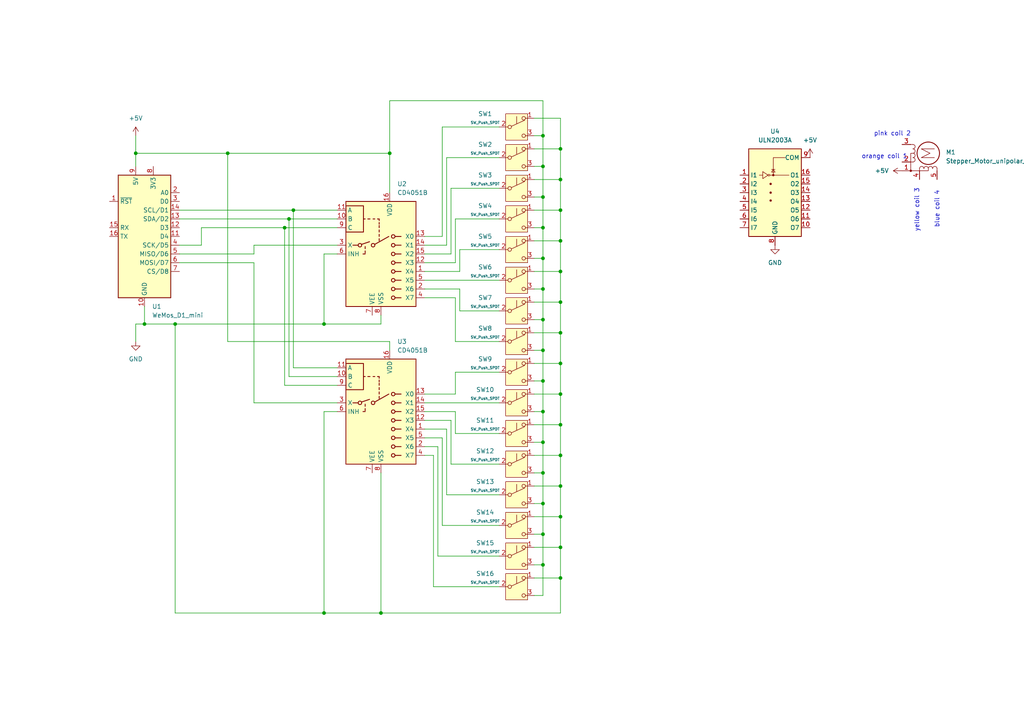
<source format=kicad_sch>
(kicad_sch (version 20231120) (generator "eeschema") (generator_version "8.0")
  (paper "A4")
  (lib_symbols
    (symbol "Analog_Switch:CD4051B"
      (property "Reference" "U" (at -10.16 16.51 0))
      (property "Value" "CD4051B" (at 3.81 16.51 0))
      (symbol "CD4051B_0_1"
        (rectangle (start -10.16 6.35) (end -5.08 13.97) (stroke (width 0.254)))
        (rectangle (start -10.16 15.24) (end 10.16 -15.24) (stroke (width 0.254)) (fill (type background)))
        (circle (center -6.096 2.54) (radius 0.508) (stroke (width 0.254)))
        (circle (center -2.286 2.54) (radius 0.508) (stroke (width 0.254)))
        (polyline (pts (xy -8.128 2.54) (xy -6.604 2.54)) (stroke (width 0.254)))
        (polyline (pts (xy -5.588 2.794) (xy -3.302 3.556)) (stroke (width 0.254)))
        (polyline (pts (xy -4.572 0) (xy -5.207 0)) (stroke (width 0.254)))
        (polyline (pts (xy -4.572 0.254) (xy -4.572 0.889)) (stroke (width 0.254)))
        (polyline (pts (xy -4.572 1.524) (xy -4.572 2.159)) (stroke (width 0.254)))
        (polyline (pts (xy -4.572 10.16) (xy -5.08 10.16)) (stroke (width 0.254)))
        (polyline (pts (xy -3.81 10.16) (xy -3.175 10.16)) (stroke (width 0.254)))
        (polyline (pts (xy -1.778 2.794) (xy 2.286 5.08)) (stroke (width 0.254)))
        (polyline (pts (xy -1.778 10.16) (xy -2.286 10.16)) (stroke (width 0.254)))
        (polyline (pts (xy -0.508 3.81) (xy -0.508 4.445)) (stroke (width 0.254)))
        (polyline (pts (xy -0.508 5.08) (xy -0.508 5.715)) (stroke (width 0.254)))
        (polyline (pts (xy -0.508 6.35) (xy -0.508 6.985)) (stroke (width 0.254)))
        (polyline (pts (xy -0.508 7.62) (xy -0.508 8.255)) (stroke (width 0.254)))
        (polyline (pts (xy -0.508 8.636) (xy -0.508 9.144)) (stroke (width 0.254)))
        (polyline (pts (xy -0.508 9.652) (xy -0.508 10.16)) (stroke (width 0.254)))
        (polyline (pts (xy -0.508 10.16) (xy -1.016 10.16)) (stroke (width 0.254)))
        (polyline (pts (xy 4.064 -12.7) (xy 5.842 -12.7)) (stroke (width 0.254)))
        (polyline (pts (xy 4.064 -10.16) (xy 5.842 -10.16)) (stroke (width 0.254)))
        (polyline (pts (xy 4.064 -7.62) (xy 5.842 -7.62)) (stroke (width 0.254)))
        (polyline (pts (xy 4.064 -5.08) (xy 5.842 -5.08)) (stroke (width 0.254)))
        (polyline (pts (xy 4.064 -2.54) (xy 5.842 -2.54)) (stroke (width 0.254)))
        (polyline (pts (xy 4.064 0) (xy 5.842 0)) (stroke (width 0.254)))
        (polyline (pts (xy 4.064 2.54) (xy 5.842 2.54)) (stroke (width 0.254)))
        (polyline (pts (xy 4.064 5.08) (xy 5.842 5.08)) (stroke (width 0.254)))
        (circle (center 3.556 -12.7) (radius 0.508) (stroke (width 0.254)))
        (circle (center 3.556 -10.16) (radius 0.508) (stroke (width 0.254)))
        (circle (center 3.556 -7.62) (radius 0.508) (stroke (width 0.254)))
        (circle (center 3.556 -5.08) (radius 0.508) (stroke (width 0.254)))
        (circle (center 3.556 -2.54) (radius 0.508) (stroke (width 0.254)))
        (circle (center 3.556 0) (radius 0.508) (stroke (width 0.254)))
        (circle (center 3.556 2.54) (radius 0.508) (stroke (width 0.254)))
        (circle (center 3.556 5.08) (radius 0.508) (stroke (width 0.254)))
      )
      (symbol "CD4051B_1_1"
        (pin bidirectional line (at 12.7 -5.08 180) (length 2.54) (name "X4") (number "1"))
        (pin input line (at -12.7 10.16 0) (length 2.54) (name "B") (number "10"))
        (pin input line (at -12.7 12.7 0) (length 2.54) (name "A") (number "11"))
        (pin bidirectional line (at 12.7 -2.54 180) (length 2.54) (name "X3") (number "12"))
        (pin bidirectional line (at 12.7 5.08 180) (length 2.54) (name "X0") (number "13"))
        (pin bidirectional line (at 12.7 2.54 180) (length 2.54) (name "X1") (number "14"))
        (pin bidirectional line (at 12.7 0 180) (length 2.54) (name "X2") (number "15"))
        (pin power_in line (at 2.54 17.78 270) (length 2.54) (name "VDD") (number "16"))
        (pin bidirectional line (at 12.7 -10.16 180) (length 2.54) (name "X6") (number "2"))
        (pin bidirectional line (at -12.7 2.54 0) (length 2.54) (name "X") (number "3"))
        (pin bidirectional line (at 12.7 -12.7 180) (length 2.54) (name "X7") (number "4"))
        (pin bidirectional line (at 12.7 -7.62 180) (length 2.54) (name "X5") (number "5"))
        (pin input line (at -12.7 0 0) (length 2.54) (name "INH") (number "6"))
        (pin power_in line (at -2.54 -17.78 90) (length 2.54) (name "VEE") (number "7"))
        (pin power_in line (at 0 -17.78 90) (length 2.54) (name "VSS") (number "8"))
        (pin input line (at -12.7 7.62 0) (length 2.54) (name "C") (number "9"))
      )
    )
    (symbol "MCU_Module:WeMos_D1_mini"
      (property "Reference" "U" (at 3.81 19.05 0))
      (property "Value" "WeMos_D1_mini" (at 1.27 -19.05 0))
      (symbol "WeMos_D1_mini_1_1"
        (rectangle (start -7.62 17.78) (end 7.62 -17.78) (stroke (width 0.254)) (fill (type background)))
        (pin input line (at -10.16 10.16 0) (length 2.54) (name "~{RST}") (number "1"))
        (pin power_in line (at 0 -20.32 90) (length 2.54) (name "GND") (number "10"))
        (pin bidirectional line (at 10.16 0 180) (length 2.54) (name "D4") (number "11"))
        (pin bidirectional line (at 10.16 2.54 180) (length 2.54) (name "D3") (number "12"))
        (pin bidirectional line (at 10.16 5.08 180) (length 2.54) (name "SDA/D2") (number "13"))
        (pin bidirectional line (at 10.16 7.62 180) (length 2.54) (name "SCL/D1") (number "14"))
        (pin input line (at -10.16 2.54 0) (length 2.54) (name "RX") (number "15"))
        (pin output line (at -10.16 0 0) (length 2.54) (name "TX") (number "16"))
        (pin input line (at 10.16 12.7 180) (length 2.54) (name "A0") (number "2"))
        (pin bidirectional line (at 10.16 10.16 180) (length 2.54) (name "D0") (number "3"))
        (pin bidirectional line (at 10.16 -2.54 180) (length 2.54) (name "SCK/D5") (number "4"))
        (pin bidirectional line (at 10.16 -5.08 180) (length 2.54) (name "MISO/D6") (number "5"))
        (pin bidirectional line (at 10.16 -7.62 180) (length 2.54) (name "MOSI/D7") (number "6"))
        (pin bidirectional line (at 10.16 -10.16 180) (length 2.54) (name "CS/D8") (number "7"))
        (pin power_out line (at 2.54 20.32 270) (length 2.54) (name "3V3") (number "8"))
        (pin power_in line (at -2.54 20.32 270) (length 2.54) (name "5V") (number "9"))
      )
    )
    (symbol "Motor:Stepper_Motor_unipolar_5pin" (pin_names (offset 0) hide)
      (property "Reference" "M" (at 3.81 2.54 0))
      (property "Value" "Stepper_Motor_unipolar_5pin" (at 3.81 1.27 0))
      (symbol "Stepper_Motor_unipolar_5pin_0_0"
        (polyline (pts (xy -1.27 -1.778) (xy -1.27 2.032) (xy 0 -0.508) (xy 1.27 2.032) (xy 1.27 -1.778)))
      )
      (symbol "Stepper_Motor_unipolar_5pin_0_1"
        (circle (center -5.08 5.08) (radius 0.0001) (fill (type outline)))
        (circle (center -5.08 5.08) (radius 0.254) (fill (type outline)))
        (arc (start -4.445 -2.54) (mid -3.8127 -1.905) (end -4.445 -1.27))
        (arc (start -4.445 -1.27) (mid -3.8127 -0.635) (end -4.445 0))
        (arc (start -4.445 0) (mid -3.8127 0.635) (end -4.445 1.27))
        (arc (start -4.445 1.27) (mid -3.8127 1.905) (end -4.445 2.54))
        (arc (start -2.54 4.445) (mid -1.905 3.8127) (end -1.27 4.445))
        (arc (start -1.27 4.445) (mid -0.635 3.8127) (end 0 4.445))
        (polyline (pts (xy -5.08 -2.54) (xy -4.445 -2.54)))
        (polyline (pts (xy -5.08 2.54) (xy -4.445 2.54)))
        (polyline (pts (xy -2.54 4.445) (xy -2.54 5.08)))
        (polyline (pts (xy 2.54 4.445) (xy 2.54 5.08)))
        (polyline (pts (xy -5.08 5.08) (xy -5.08 0) (xy -4.445 0)))
        (polyline (pts (xy 0 4.445) (xy 0 5.08) (xy -5.08 5.08)))
        (circle (center 0 0) (radius 3.2512) (stroke (width 0.254)))
        (arc (start 0 4.445) (mid 0.635 3.8127) (end 1.27 4.445))
        (arc (start 1.27 4.445) (mid 1.905 3.8127) (end 2.54 4.445))
      )
      (symbol "Stepper_Motor_unipolar_5pin_1_1"
        (pin passive line (at -5.08 7.62 270) (length 2.54) (name "~") (number "1"))
        (pin passive line (at -2.54 7.62 270) (length 2.54) (name "~") (number "2"))
        (pin passive line (at 2.54 7.62 270) (length 2.54) (name "-") (number "3"))
        (pin passive line (at -7.62 2.54 0) (length 2.54) (name "~") (number "4"))
        (pin passive line (at -7.62 -2.54 0) (length 2.54) (name "~") (number "5"))
      )
    )
    (symbol "Switch:SW_Push_SPDT" (pin_names (offset 0) hide)
      (property "Reference" "SW" (at 0 5.08 0))
      (property "Value" "SW_Push_SPDT" (at 0 -5.08 0))
      (symbol "SW_Push_SPDT_0_0"
        (circle (center -2.032 0) (radius 0.508))
        (polyline (pts (xy 0 1.016) (xy 0 3.048)))
        (circle (center 2.032 -2.54) (radius 0.508))
      )
      (symbol "SW_Push_SPDT_0_1"
        (polyline (pts (xy -1.524 0.2032) (xy 2.3368 1.9812)))
        (circle (center 2.032 2.54) (radius 0.508))
      )
      (symbol "SW_Push_SPDT_1_1"
        (rectangle (start -3.175 3.81) (end 3.175 -3.81) (fill (type background)))
        (pin passive line (at 5.08 2.54 180) (length 2.54) (name "A") (number "1"))
        (pin passive line (at -5.08 0 0) (length 2.54) (name "B") (number "2"))
        (pin passive line (at 5.08 -2.54 180) (length 2.54) (name "C") (number "3"))
      )
    )
    (symbol "Transistor_Array:ULN2003A"
      (property "Reference" "U" (at 0 15.875 0))
      (property "Value" "ULN2003A" (at 0 13.97 0))
      (symbol "ULN2003A_0_1"
        (rectangle (start -7.62 -12.7) (end 7.62 12.7) (stroke (width 0.254)) (fill (type background)))
        (circle (center -1.778 5.08) (radius 0.254))
        (circle (center -1.27 -2.286) (radius 0.254) (fill (type outline)))
        (circle (center -1.27 0) (radius 0.254) (fill (type outline)))
        (circle (center -1.27 2.54) (radius 0.254) (fill (type outline)))
        (circle (center -0.508 5.08) (radius 0.254) (fill (type outline)))
        (polyline (pts (xy -4.572 5.08) (xy -3.556 5.08)))
        (polyline (pts (xy -1.524 5.08) (xy 4.064 5.08)))
        (polyline (pts (xy 0 6.731) (xy -1.016 6.731)))
        (polyline (pts (xy -0.508 5.08) (xy -0.508 10.16) (xy 2.921 10.16)))
        (polyline (pts (xy -3.556 6.096) (xy -3.556 4.064) (xy -2.032 5.08) (xy -3.556 6.096)))
        (polyline (pts (xy 0 5.969) (xy -1.016 5.969) (xy -0.508 6.731) (xy 0 5.969)))
      )
      (symbol "ULN2003A_1_1"
        (pin input line (at -10.16 5.08 0) (length 2.54) (name "I1") (number "1"))
        (pin open_collector line (at 10.16 -10.16 180) (length 2.54) (name "O7") (number "10"))
        (pin open_collector line (at 10.16 -7.62 180) (length 2.54) (name "O6") (number "11"))
        (pin open_collector line (at 10.16 -5.08 180) (length 2.54) (name "O5") (number "12"))
        (pin open_collector line (at 10.16 -2.54 180) (length 2.54) (name "O4") (number "13"))
        (pin open_collector line (at 10.16 0 180) (length 2.54) (name "O3") (number "14"))
        (pin open_collector line (at 10.16 2.54 180) (length 2.54) (name "O2") (number "15"))
        (pin open_collector line (at 10.16 5.08 180) (length 2.54) (name "O1") (number "16"))
        (pin input line (at -10.16 2.54 0) (length 2.54) (name "I2") (number "2"))
        (pin input line (at -10.16 0 0) (length 2.54) (name "I3") (number "3"))
        (pin input line (at -10.16 -2.54 0) (length 2.54) (name "I4") (number "4"))
        (pin input line (at -10.16 -5.08 0) (length 2.54) (name "I5") (number "5"))
        (pin input line (at -10.16 -7.62 0) (length 2.54) (name "I6") (number "6"))
        (pin input line (at -10.16 -10.16 0) (length 2.54) (name "I7") (number "7"))
        (pin power_in line (at 0 -15.24 90) (length 2.54) (name "GND") (number "8"))
        (pin passive line (at 10.16 10.16 180) (length 2.54) (name "COM") (number "9"))
      )
    )
    (symbol "power:+5V" (power) (pin_numbers hide) (pin_names (offset 0) hide)
      (property "Value" "+5V" (at 0 3.556 0))
      (symbol "+5V_0_1"
        (polyline (pts (xy -0.762 1.27) (xy 0 2.54)))
        (polyline (pts (xy 0 0) (xy 0 2.54)))
        (polyline (pts (xy 0 2.54) (xy 0.762 1.27)))
      )
      (symbol "+5V_1_1"
        (pin power_in line (at 0 0 90) (length 0) (name "~") (number "1"))
      )
    )
    (symbol "power:GND" (power) (pin_numbers hide) (pin_names (offset 0) hide)
      (property "Value" "GND" (at 0 -3.81 0))
      (symbol "GND_0_1"
        (polyline (pts (xy 0 0) (xy 0 -1.27) (xy 1.27 -1.27) (xy 0 -2.54) (xy -1.27 -1.27) (xy 0 -1.27)))
      )
      (symbol "GND_1_1"
        (pin power_in line (at 0 0 270) (length 0) (name "~") (number "1"))
      )
    )
  )
  (junction (at 157.48 137.16))
  (junction (at 66.04 44.45))
  (junction (at 162.56 167.64))
  (junction (at 157.48 74.93))
  (junction (at 162.56 69.85))
  (junction (at 157.48 57.15))
  (junction (at 50.8 93.98))
  (junction (at 162.56 123.19))
  (junction (at 39.37 44.45))
  (junction (at 157.48 119.38))
  (junction (at 162.56 105.41))
  (junction (at 157.48 110.49))
  (junction (at 157.48 83.82))
  (junction (at 110.49 177.8))
  (junction (at 157.48 48.26))
  (junction (at 83.82 63.5))
  (junction (at 162.56 158.75))
  (junction (at 82.55 66.04))
  (junction (at 93.98 93.98))
  (junction (at 162.56 114.3))
  (junction (at 85.09 60.96))
  (junction (at 162.56 87.63))
  (junction (at 157.48 66.04))
  (junction (at 93.98 177.8))
  (junction (at 157.48 101.6))
  (junction (at 157.48 39.37))
  (junction (at 162.56 140.97))
  (junction (at 162.56 43.18))
  (junction (at 113.03 44.45))
  (junction (at 162.56 52.07))
  (junction (at 162.56 60.96))
  (junction (at 157.48 154.94))
  (junction (at 162.56 149.86))
  (junction (at 162.56 78.74))
  (junction (at 157.48 163.83))
  (junction (at 157.48 128.27))
  (junction (at 41.91 93.98))
  (junction (at 157.48 146.05))
  (junction (at 162.56 132.08))
  (junction (at 157.48 92.71))
  (junction (at 162.56 96.52))
  (wire (pts (xy 123.19 121.92) (xy 130.81 121.92)))
  (wire (pts (xy 162.56 78.74) (xy 162.56 87.63)))
  (wire (pts (xy 162.56 60.96) (xy 162.56 69.85)))
  (wire (pts (xy 123.19 78.74) (xy 133.35 78.74)))
  (wire (pts (xy 162.56 114.3) (xy 162.56 123.19)))
  (wire (pts (xy 157.48 39.37) (xy 157.48 48.26)))
  (wire (pts (xy 154.94 48.26) (xy 157.48 48.26)))
  (wire (pts (xy 154.94 34.29) (xy 162.56 34.29)))
  (wire (pts (xy 157.48 137.16) (xy 157.48 146.05)))
  (wire (pts (xy 128.27 36.83) (xy 144.78 36.83)))
  (wire (pts (xy 129.54 124.46) (xy 129.54 143.51)))
  (wire (pts (xy 129.54 71.12) (xy 129.54 45.72)))
  (wire (pts (xy 123.19 86.36) (xy 132.08 86.36)))
  (wire (pts (xy 154.94 87.63) (xy 162.56 87.63)))
  (wire (pts (xy 154.94 60.96) (xy 162.56 60.96)))
  (wire (pts (xy 41.91 93.98) (xy 50.8 93.98)))
  (wire (pts (xy 154.94 154.94) (xy 157.48 154.94)))
  (wire (pts (xy 157.48 29.21) (xy 157.48 39.37)))
  (wire (pts (xy 123.19 76.2) (xy 132.08 76.2)))
  (wire (pts (xy 157.48 119.38) (xy 157.48 128.27)))
  (wire (pts (xy 123.19 132.08) (xy 125.73 132.08)))
  (wire (pts (xy 154.94 172.72) (xy 157.48 172.72)))
  (wire (pts (xy 154.94 158.75) (xy 162.56 158.75)))
  (wire (pts (xy 130.81 54.61) (xy 144.78 54.61)))
  (wire (pts (xy 123.19 81.28) (xy 144.78 81.28)))
  (wire (pts (xy 154.94 114.3) (xy 162.56 114.3)))
  (wire (pts (xy 73.66 71.12) (xy 73.66 73.66)))
  (wire (pts (xy 50.8 93.98) (xy 93.98 93.98)))
  (wire (pts (xy 154.94 74.93) (xy 157.48 74.93)))
  (wire (pts (xy 144.78 143.51) (xy 129.54 143.51)))
  (wire (pts (xy 123.19 119.38) (xy 132.08 119.38)))
  (wire (pts (xy 132.08 63.5) (xy 144.78 63.5)))
  (wire (pts (xy 39.37 44.45) (xy 39.37 48.26)))
  (wire (pts (xy 123.19 127) (xy 128.27 127)))
  (wire (pts (xy 66.04 44.45) (xy 113.03 44.45)))
  (wire (pts (xy 162.56 69.85) (xy 162.56 78.74)))
  (wire (pts (xy 157.48 48.26) (xy 157.48 57.15)))
  (wire (pts (xy 157.48 66.04) (xy 157.48 74.93)))
  (wire (pts (xy 154.94 105.41) (xy 162.56 105.41)))
  (wire (pts (xy 93.98 119.38) (xy 93.98 177.8)))
  (wire (pts (xy 83.82 63.5) (xy 83.82 109.22)))
  (wire (pts (xy 157.48 57.15) (xy 157.48 66.04)))
  (wire (pts (xy 82.55 66.04) (xy 97.79 66.04)))
  (wire (pts (xy 130.81 134.62) (xy 144.78 134.62)))
  (wire (pts (xy 128.27 152.4) (xy 144.78 152.4)))
  (wire (pts (xy 113.03 29.21) (xy 157.48 29.21)))
  (wire (pts (xy 154.94 110.49) (xy 157.48 110.49)))
  (wire (pts (xy 97.79 73.66) (xy 93.98 73.66)))
  (wire (pts (xy 157.48 110.49) (xy 157.48 119.38)))
  (wire (pts (xy 162.56 34.29) (xy 162.56 43.18)))
  (wire (pts (xy 162.56 158.75) (xy 162.56 167.64)))
  (wire (pts (xy 154.94 167.64) (xy 162.56 167.64)))
  (wire (pts (xy 127 161.29) (xy 144.78 161.29)))
  (wire (pts (xy 39.37 39.37) (xy 39.37 44.45)))
  (wire (pts (xy 154.94 78.74) (xy 162.56 78.74)))
  (wire (pts (xy 52.07 71.12) (xy 58.42 71.12)))
  (wire (pts (xy 97.79 119.38) (xy 93.98 119.38)))
  (wire (pts (xy 123.19 114.3) (xy 132.08 114.3)))
  (wire (pts (xy 93.98 177.8) (xy 110.49 177.8)))
  (wire (pts (xy 154.94 137.16) (xy 157.48 137.16)))
  (wire (pts (xy 154.94 101.6) (xy 157.48 101.6)))
  (wire (pts (xy 85.09 60.96) (xy 85.09 106.68)))
  (wire (pts (xy 66.04 99.06) (xy 113.03 99.06)))
  (wire (pts (xy 52.07 63.5) (xy 83.82 63.5)))
  (wire (pts (xy 154.94 52.07) (xy 162.56 52.07)))
  (wire (pts (xy 123.19 116.84) (xy 144.78 116.84)))
  (wire (pts (xy 58.42 66.04) (xy 82.55 66.04)))
  (wire (pts (xy 157.48 39.37) (xy 154.94 39.37)))
  (wire (pts (xy 83.82 63.5) (xy 97.79 63.5)))
  (wire (pts (xy 154.94 69.85) (xy 162.56 69.85)))
  (wire (pts (xy 110.49 93.98) (xy 110.49 91.44)))
  (wire (pts (xy 154.94 57.15) (xy 157.48 57.15)))
  (wire (pts (xy 39.37 93.98) (xy 39.37 99.06)))
  (wire (pts (xy 157.48 146.05) (xy 157.48 154.94)))
  (wire (pts (xy 162.56 87.63) (xy 162.56 96.52)))
  (wire (pts (xy 130.81 121.92) (xy 130.81 134.62)))
  (wire (pts (xy 113.03 44.45) (xy 113.03 29.21)))
  (wire (pts (xy 73.66 76.2) (xy 73.66 116.84)))
  (wire (pts (xy 132.08 107.95) (xy 144.78 107.95)))
  (wire (pts (xy 132.08 119.38) (xy 132.08 125.73)))
  (wire (pts (xy 132.08 99.06) (xy 144.78 99.06)))
  (wire (pts (xy 123.19 129.54) (xy 127 129.54)))
  (wire (pts (xy 73.66 116.84) (xy 97.79 116.84)))
  (wire (pts (xy 157.48 74.93) (xy 157.48 83.82)))
  (wire (pts (xy 154.94 149.86) (xy 162.56 149.86)))
  (wire (pts (xy 41.91 88.9) (xy 41.91 93.98)))
  (wire (pts (xy 154.94 123.19) (xy 162.56 123.19)))
  (wire (pts (xy 132.08 76.2) (xy 132.08 63.5)))
  (wire (pts (xy 132.08 114.3) (xy 132.08 107.95)))
  (wire (pts (xy 133.35 83.82) (xy 133.35 90.17)))
  (wire (pts (xy 154.94 163.83) (xy 157.48 163.83)))
  (wire (pts (xy 125.73 170.18) (xy 144.78 170.18)))
  (wire (pts (xy 39.37 44.45) (xy 66.04 44.45)))
  (wire (pts (xy 97.79 109.22) (xy 83.82 109.22)))
  (wire (pts (xy 157.48 154.94) (xy 157.48 163.83)))
  (wire (pts (xy 132.08 86.36) (xy 132.08 99.06)))
  (wire (pts (xy 157.48 101.6) (xy 157.48 110.49)))
  (wire (pts (xy 157.48 83.82) (xy 157.48 92.71)))
  (wire (pts (xy 93.98 73.66) (xy 93.98 93.98)))
  (wire (pts (xy 154.94 43.18) (xy 162.56 43.18)))
  (wire (pts (xy 154.94 119.38) (xy 157.48 119.38)))
  (wire (pts (xy 162.56 96.52) (xy 162.56 105.41)))
  (wire (pts (xy 129.54 45.72) (xy 144.78 45.72)))
  (wire (pts (xy 52.07 76.2) (xy 73.66 76.2)))
  (wire (pts (xy 157.48 128.27) (xy 157.48 137.16)))
  (wire (pts (xy 162.56 140.97) (xy 162.56 149.86)))
  (wire (pts (xy 73.66 71.12) (xy 97.79 71.12)))
  (wire (pts (xy 162.56 52.07) (xy 162.56 60.96)))
  (wire (pts (xy 154.94 140.97) (xy 162.56 140.97)))
  (wire (pts (xy 123.19 124.46) (xy 129.54 124.46)))
  (wire (pts (xy 110.49 177.8) (xy 162.56 177.8)))
  (wire (pts (xy 154.94 96.52) (xy 162.56 96.52)))
  (wire (pts (xy 128.27 127) (xy 128.27 152.4)))
  (wire (pts (xy 154.94 128.27) (xy 157.48 128.27)))
  (wire (pts (xy 97.79 106.68) (xy 85.09 106.68)))
  (wire (pts (xy 66.04 44.45) (xy 66.04 99.06)))
  (wire (pts (xy 162.56 43.18) (xy 162.56 52.07)))
  (wire (pts (xy 50.8 93.98) (xy 50.8 177.8)))
  (wire (pts (xy 58.42 66.04) (xy 58.42 71.12)))
  (wire (pts (xy 162.56 123.19) (xy 162.56 132.08)))
  (wire (pts (xy 132.08 125.73) (xy 144.78 125.73)))
  (wire (pts (xy 97.79 111.76) (xy 82.55 111.76)))
  (wire (pts (xy 52.07 73.66) (xy 73.66 73.66)))
  (wire (pts (xy 133.35 78.74) (xy 133.35 72.39)))
  (wire (pts (xy 85.09 60.96) (xy 97.79 60.96)))
  (wire (pts (xy 52.07 60.96) (xy 85.09 60.96)))
  (wire (pts (xy 133.35 72.39) (xy 144.78 72.39)))
  (wire (pts (xy 130.81 73.66) (xy 130.81 54.61)))
  (wire (pts (xy 123.19 68.58) (xy 128.27 68.58)))
  (wire (pts (xy 123.19 71.12) (xy 129.54 71.12)))
  (wire (pts (xy 125.73 132.08) (xy 125.73 170.18)))
  (wire (pts (xy 157.48 92.71) (xy 157.48 101.6)))
  (wire (pts (xy 128.27 68.58) (xy 128.27 36.83)))
  (wire (pts (xy 110.49 137.16) (xy 110.49 177.8)))
  (wire (pts (xy 154.94 83.82) (xy 157.48 83.82)))
  (wire (pts (xy 50.8 177.8) (xy 93.98 177.8)))
  (wire (pts (xy 157.48 163.83) (xy 157.48 172.72)))
  (wire (pts (xy 154.94 146.05) (xy 157.48 146.05)))
  (wire (pts (xy 127 129.54) (xy 127 161.29)))
  (wire (pts (xy 154.94 92.71) (xy 157.48 92.71)))
  (wire (pts (xy 162.56 149.86) (xy 162.56 158.75)))
  (wire (pts (xy 154.94 66.04) (xy 157.48 66.04)))
  (wire (pts (xy 162.56 167.64) (xy 162.56 177.8)))
  (wire (pts (xy 154.94 132.08) (xy 162.56 132.08)))
  (wire (pts (xy 113.03 44.45) (xy 113.03 55.88)))
  (wire (pts (xy 133.35 90.17) (xy 144.78 90.17)))
  (wire (pts (xy 113.03 99.06) (xy 113.03 101.6)))
  (wire (pts (xy 123.19 83.82) (xy 133.35 83.82)))
  (wire (pts (xy 93.98 93.98) (xy 110.49 93.98)))
  (wire (pts (xy 162.56 105.41) (xy 162.56 114.3)))
  (wire (pts (xy 82.55 66.04) (xy 82.55 111.76)))
  (wire (pts (xy 162.56 132.08) (xy 162.56 140.97)))
  (wire (pts (xy 41.91 93.98) (xy 39.37 93.98)))
  (wire (pts (xy 123.19 73.66) (xy 130.81 73.66)))
  (text "blue coil 4" (at 271.78 60.706 90) (effects (font (size 1.27 1.27))))
  (text "yellow coil 3" (at 265.938 60.96 90) (effects (font (size 1.27 1.27))))
  (text "pink coil 2" (at 258.826 38.862 0) (effects (font (size 1.27 1.27))))
  (text "orange coil 1" (at 256.54 45.466 0) (effects (font (size 1.27 1.27))))
  (symbol (lib_id "Switch:SW_Push_SPDT") (at 149.86 54.61 0) (unit 1)
    (property "Reference" "SW3" (at 140.716 50.8 0))
    (property "Value" "SW_Push_SPDT" (at 140.716 53.34 0) (effects (font (size 0.762 0.762))))
    (property "Description" "Momentary Switch, single pole double throw" (effects (hide yes)))
  )
  (symbol (lib_id "Analog_Switch:CD4051B") (at 110.49 119.38 0) (unit 1)
    (property "Reference" "U3" (at 115.2241 99.06 0) (effects (justify left)))
    (property "Value" "CD4051B" (at 115.2241 101.6 0) (effects (justify left)))
    (property "Datasheet" "http://www.ti.com/lit/ds/symlink/cd4052b.pdf" (effects (hide yes)))
    (property "Description" "CMOS single 8-channel analog multiplexer demultiplexer, TSSOP-16/DIP-16/SOIC-16" (effects (hide yes)))
  )
  (symbol (lib_id "Switch:SW_Push_SPDT") (at 149.86 170.18 0) (unit 1)
    (property "Reference" "SW16" (at 140.716 166.37 0))
    (property "Value" "SW_Push_SPDT" (at 140.716 168.91 0) (effects (font (size 0.762 0.762))))
    (property "Description" "Momentary Switch, single pole double throw" (effects (hide yes)))
  )
  (symbol (lib_id "power:+5V") (at 234.95 45.72 0) (unit 1)
    (property "Reference" "#PWR03" (effects (hide yes)))
    (property "Value" "+5V" (at 234.95 40.64 0))
    (property "Description" "Power symbol creates a global label with name \"+5V\"" (effects (hide yes)))
  )
  (symbol (lib_id "Switch:SW_Push_SPDT") (at 149.86 152.4 0) (unit 1)
    (property "Reference" "SW14" (at 140.716 148.59 0))
    (property "Value" "SW_Push_SPDT" (at 140.716 151.13 0) (effects (font (size 0.762 0.762))))
    (property "Description" "Momentary Switch, single pole double throw" (effects (hide yes)))
  )
  (symbol (lib_id "Switch:SW_Push_SPDT") (at 149.86 116.84 0) (unit 1)
    (property "Reference" "SW10" (at 140.716 113.03 0))
    (property "Value" "SW_Push_SPDT" (at 140.716 115.57 0) (effects (font (size 0.762 0.762))))
    (property "Description" "Momentary Switch, single pole double throw" (effects (hide yes)))
  )
  (symbol (lib_id "Switch:SW_Push_SPDT") (at 149.86 63.5 0) (unit 1)
    (property "Reference" "SW4" (at 140.716 59.69 0))
    (property "Value" "SW_Push_SPDT" (at 140.716 62.23 0) (effects (font (size 0.762 0.762))))
    (property "Description" "Momentary Switch, single pole double throw" (effects (hide yes)))
  )
  (symbol (lib_id "power:+5V") (at 261.62 49.53 90) (unit 1)
    (property "Reference" "#PWR05" (effects (hide yes)))
    (property "Value" "+5V" (at 257.81 49.5299 90) (effects (justify left)))
    (property "Description" "Power symbol creates a global label with name \"+5V\"" (effects (hide yes)))
  )
  (symbol (lib_id "power:GND") (at 224.79 71.12 0) (unit 1)
    (property "Reference" "#PWR04" (effects (hide yes)))
    (property "Value" "GND" (at 224.79 76.2 0))
    (property "Description" "Power symbol creates a global label with name \"GND\" , ground" (effects (hide yes)))
  )
  (symbol (lib_id "Switch:SW_Push_SPDT") (at 149.86 107.95 0) (unit 1)
    (property "Reference" "SW9" (at 140.716 104.14 0))
    (property "Value" "SW_Push_SPDT" (at 140.716 106.68 0) (effects (font (size 0.762 0.762))))
    (property "Description" "Momentary Switch, single pole double throw" (effects (hide yes)))
  )
  (symbol (lib_id "Motor:Stepper_Motor_unipolar_5pin") (at 269.24 44.45 90) (unit 1)
    (property "Reference" "M1" (at 274.32 44.1578 90) (effects (justify right)))
    (property "Value" "Stepper_Motor_unipolar_5pin" (at 274.32 46.6978 90) (effects (justify right)))
    (property "Datasheet" "http://www.infineon.com/dgdl/Application-Note-TLE8110EE_driving_UniPolarStepperMotor_V1.1.pdf?fileId=db3a30431be39b97011be5d0aa0a00b0" (effects (hide yes)))
    (property "Description" "5-wire unipolar stepper motor" (effects (hide yes)))
  )
  (symbol (lib_id "Switch:SW_Push_SPDT") (at 149.86 134.62 0) (unit 1)
    (property "Reference" "SW12" (at 140.716 130.81 0))
    (property "Value" "SW_Push_SPDT" (at 140.716 133.35 0) (effects (font (size 0.762 0.762))))
    (property "Description" "Momentary Switch, single pole double throw" (effects (hide yes)))
  )
  (symbol (lib_id "Transistor_Array:ULN2003A") (at 224.79 55.88 0) (unit 1)
    (property "Reference" "U4" (at 224.79 38.1 0))
    (property "Value" "ULN2003A" (at 224.79 40.64 0))
    (property "Datasheet" "http://www.ti.com/lit/ds/symlink/uln2003a.pdf" (effects (hide yes)))
    (property "Description" "High Voltage, High Current Darlington Transistor Arrays, SOIC16/SOIC16W/DIP16/TSSOP16" (effects (hide yes)))
  )
  (symbol (lib_id "Switch:SW_Push_SPDT") (at 149.86 90.17 0) (unit 1)
    (property "Reference" "SW7" (at 140.716 86.36 0))
    (property "Value" "SW_Push_SPDT" (at 140.716 88.9 0) (effects (font (size 0.762 0.762))))
    (property "Description" "Momentary Switch, single pole double throw" (effects (hide yes)))
  )
  (symbol (lib_id "Switch:SW_Push_SPDT") (at 149.86 45.72 0) (unit 1)
    (property "Reference" "SW2" (at 140.716 41.91 0))
    (property "Value" "SW_Push_SPDT" (at 140.716 44.45 0) (effects (font (size 0.762 0.762))))
    (property "Description" "Momentary Switch, single pole double throw" (effects (hide yes)))
  )
  (symbol (lib_id "Switch:SW_Push_SPDT") (at 149.86 72.39 0) (unit 1)
    (property "Reference" "SW5" (at 140.716 68.58 0))
    (property "Value" "SW_Push_SPDT" (at 140.716 71.12 0) (effects (font (size 0.762 0.762))))
    (property "Description" "Momentary Switch, single pole double throw" (effects (hide yes)))
  )
  (symbol (lib_id "Switch:SW_Push_SPDT") (at 149.86 99.06 0) (unit 1)
    (property "Reference" "SW8" (at 140.716 95.25 0))
    (property "Value" "SW_Push_SPDT" (at 140.716 97.79 0) (effects (font (size 0.762 0.762))))
    (property "Description" "Momentary Switch, single pole double throw" (effects (hide yes)))
  )
  (symbol (lib_id "Switch:SW_Push_SPDT") (at 149.86 125.73 0) (unit 1)
    (property "Reference" "SW11" (at 140.716 121.92 0))
    (property "Value" "SW_Push_SPDT" (at 140.716 124.46 0) (effects (font (size 0.762 0.762))))
    (property "Description" "Momentary Switch, single pole double throw" (effects (hide yes)))
  )
  (symbol (lib_id "Switch:SW_Push_SPDT") (at 149.86 161.29 0) (unit 1)
    (property "Reference" "SW15" (at 140.716 157.48 0))
    (property "Value" "SW_Push_SPDT" (at 140.716 160.02 0) (effects (font (size 0.762 0.762))))
    (property "Description" "Momentary Switch, single pole double throw" (effects (hide yes)))
  )
  (symbol (lib_id "power:+5V") (at 39.37 39.37 0) (unit 1)
    (property "Reference" "#PWR01" (effects (hide yes)))
    (property "Value" "+5V" (at 39.37 34.29 0))
    (property "Description" "Power symbol creates a global label with name \"+5V\"" (effects (hide yes)))
  )
  (symbol (lib_id "Switch:SW_Push_SPDT") (at 149.86 36.83 0) (unit 1)
    (property "Reference" "SW1" (at 140.716 33.02 0))
    (property "Value" "SW_Push_SPDT" (at 140.716 35.56 0) (effects (font (size 0.762 0.762))))
    (property "Description" "Momentary Switch, single pole double throw" (effects (hide yes)))
  )
  (symbol (lib_id "MCU_Module:WeMos_D1_mini") (at 41.91 68.58 0) (unit 1)
    (property "Reference" "U1" (at 44.1041 88.9 0) (effects (justify left)))
    (property "Value" "WeMos_D1_mini" (at 44.1041 91.44 0) (effects (justify left)))
    (property "Footprint" "Module:WEMOS_D1_mini_light" (effects (hide yes)))
    (property "Datasheet" "https://wiki.wemos.cc/products:d1:d1_mini#documentation" (effects (hide yes)))
    (property "Description" "32-bit microcontroller module with WiFi" (effects (hide yes)))
  )
  (symbol (lib_id "Switch:SW_Push_SPDT") (at 149.86 81.28 0) (unit 1)
    (property "Reference" "SW6" (at 140.716 77.47 0))
    (property "Value" "SW_Push_SPDT" (at 140.716 80.01 0) (effects (font (size 0.762 0.762))))
    (property "Description" "Momentary Switch, single pole double throw" (effects (hide yes)))
  )
  (symbol (lib_id "power:GND") (at 39.37 99.06 0) (unit 1)
    (property "Reference" "#PWR02" (effects (hide yes)))
    (property "Value" "GND" (at 39.37 104.14 0))
    (property "Description" "Power symbol creates a global label with name \"GND\" , ground" (effects (hide yes)))
  )
  (symbol (lib_id "Analog_Switch:CD4051B") (at 110.49 73.66 0) (unit 1)
    (property "Reference" "U2" (at 115.2241 53.34 0) (effects (justify left)))
    (property "Value" "CD4051B" (at 115.2241 55.88 0) (effects (justify left)))
    (property "Datasheet" "http://www.ti.com/lit/ds/symlink/cd4052b.pdf" (effects (hide yes)))
    (property "Description" "CMOS single 8-channel analog multiplexer demultiplexer, TSSOP-16/DIP-16/SOIC-16" (effects (hide yes)))
  )
  (symbol (lib_id "Switch:SW_Push_SPDT") (at 149.86 143.51 0) (unit 1)
    (property "Reference" "SW13" (at 140.716 139.7 0))
    (property "Value" "SW_Push_SPDT" (at 140.716 142.24 0) (effects (font (size 0.762 0.762))))
    (property "Description" "Momentary Switch, single pole double throw" (effects (hide yes)))
  )
)
</source>
